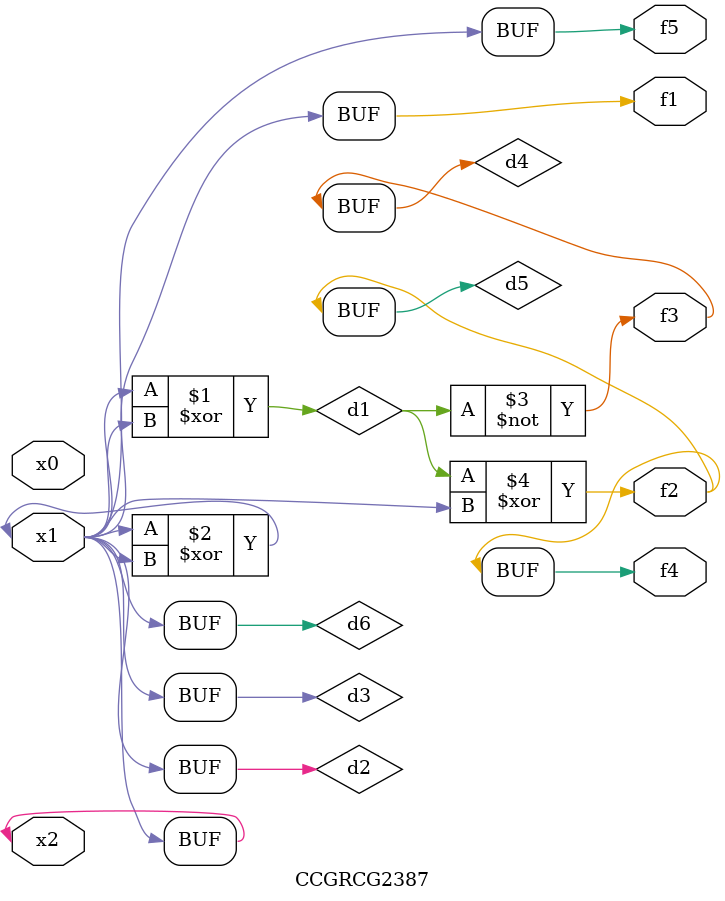
<source format=v>
module CCGRCG2387(
	input x0, x1, x2,
	output f1, f2, f3, f4, f5
);

	wire d1, d2, d3, d4, d5, d6;

	xor (d1, x1, x2);
	buf (d2, x1, x2);
	xor (d3, x1, x2);
	nor (d4, d1);
	xor (d5, d1, d2);
	buf (d6, d2, d3);
	assign f1 = d6;
	assign f2 = d5;
	assign f3 = d4;
	assign f4 = d5;
	assign f5 = d6;
endmodule

</source>
